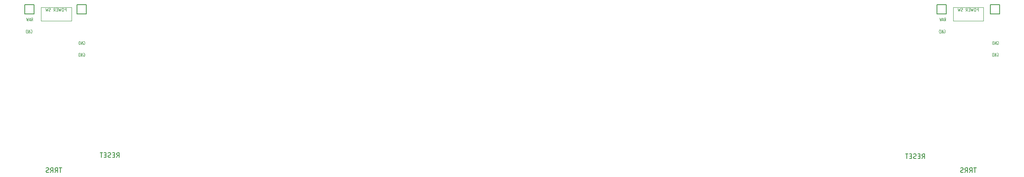
<source format=gbr>
%TF.GenerationSoftware,KiCad,Pcbnew,9.0.2*%
%TF.CreationDate,2025-05-16T23:43:09+01:00*%
%TF.ProjectId,my_sweepv2,6d795f73-7765-4657-9076-322e6b696361,rev?*%
%TF.SameCoordinates,Original*%
%TF.FileFunction,Legend,Bot*%
%TF.FilePolarity,Positive*%
%FSLAX46Y46*%
G04 Gerber Fmt 4.6, Leading zero omitted, Abs format (unit mm)*
G04 Created by KiCad (PCBNEW 9.0.2) date 2025-05-16 23:43:09*
%MOMM*%
%LPD*%
G01*
G04 APERTURE LIST*
%ADD10C,0.120000*%
%ADD11C,0.125000*%
%ADD12C,0.150000*%
G04 APERTURE END LIST*
D10*
X27178000Y-50419000D02*
X33909000Y-50419000D01*
X33909000Y-53340000D01*
X27178000Y-53340000D01*
X27178000Y-50419000D01*
X226822000Y-50419000D02*
X233426000Y-50419000D01*
X233426000Y-53340000D01*
X226822000Y-53340000D01*
X226822000Y-50419000D01*
D11*
X224788952Y-55310178D02*
X224836571Y-55274464D01*
X224836571Y-55274464D02*
X224908000Y-55274464D01*
X224908000Y-55274464D02*
X224979428Y-55310178D01*
X224979428Y-55310178D02*
X225027047Y-55381607D01*
X225027047Y-55381607D02*
X225050857Y-55453035D01*
X225050857Y-55453035D02*
X225074666Y-55595892D01*
X225074666Y-55595892D02*
X225074666Y-55703035D01*
X225074666Y-55703035D02*
X225050857Y-55845892D01*
X225050857Y-55845892D02*
X225027047Y-55917321D01*
X225027047Y-55917321D02*
X224979428Y-55988750D01*
X224979428Y-55988750D02*
X224908000Y-56024464D01*
X224908000Y-56024464D02*
X224860381Y-56024464D01*
X224860381Y-56024464D02*
X224788952Y-55988750D01*
X224788952Y-55988750D02*
X224765143Y-55953035D01*
X224765143Y-55953035D02*
X224765143Y-55703035D01*
X224765143Y-55703035D02*
X224860381Y-55703035D01*
X224550857Y-56024464D02*
X224550857Y-55274464D01*
X224550857Y-55274464D02*
X224265143Y-56024464D01*
X224265143Y-56024464D02*
X224265143Y-55274464D01*
X224027047Y-56024464D02*
X224027047Y-55274464D01*
X224027047Y-55274464D02*
X223907999Y-55274464D01*
X223907999Y-55274464D02*
X223836571Y-55310178D01*
X223836571Y-55310178D02*
X223788952Y-55381607D01*
X223788952Y-55381607D02*
X223765142Y-55453035D01*
X223765142Y-55453035D02*
X223741333Y-55595892D01*
X223741333Y-55595892D02*
X223741333Y-55703035D01*
X223741333Y-55703035D02*
X223765142Y-55845892D01*
X223765142Y-55845892D02*
X223788952Y-55917321D01*
X223788952Y-55917321D02*
X223836571Y-55988750D01*
X223836571Y-55988750D02*
X223907999Y-56024464D01*
X223907999Y-56024464D02*
X224027047Y-56024464D01*
X236418952Y-60420178D02*
X236466571Y-60384464D01*
X236466571Y-60384464D02*
X236538000Y-60384464D01*
X236538000Y-60384464D02*
X236609428Y-60420178D01*
X236609428Y-60420178D02*
X236657047Y-60491607D01*
X236657047Y-60491607D02*
X236680857Y-60563035D01*
X236680857Y-60563035D02*
X236704666Y-60705892D01*
X236704666Y-60705892D02*
X236704666Y-60813035D01*
X236704666Y-60813035D02*
X236680857Y-60955892D01*
X236680857Y-60955892D02*
X236657047Y-61027321D01*
X236657047Y-61027321D02*
X236609428Y-61098750D01*
X236609428Y-61098750D02*
X236538000Y-61134464D01*
X236538000Y-61134464D02*
X236490381Y-61134464D01*
X236490381Y-61134464D02*
X236418952Y-61098750D01*
X236418952Y-61098750D02*
X236395143Y-61063035D01*
X236395143Y-61063035D02*
X236395143Y-60813035D01*
X236395143Y-60813035D02*
X236490381Y-60813035D01*
X236180857Y-61134464D02*
X236180857Y-60384464D01*
X236180857Y-60384464D02*
X235895143Y-61134464D01*
X235895143Y-61134464D02*
X235895143Y-60384464D01*
X235657047Y-61134464D02*
X235657047Y-60384464D01*
X235657047Y-60384464D02*
X235537999Y-60384464D01*
X235537999Y-60384464D02*
X235466571Y-60420178D01*
X235466571Y-60420178D02*
X235418952Y-60491607D01*
X235418952Y-60491607D02*
X235395142Y-60563035D01*
X235395142Y-60563035D02*
X235371333Y-60705892D01*
X235371333Y-60705892D02*
X235371333Y-60813035D01*
X235371333Y-60813035D02*
X235395142Y-60955892D01*
X235395142Y-60955892D02*
X235418952Y-61027321D01*
X235418952Y-61027321D02*
X235466571Y-61098750D01*
X235466571Y-61098750D02*
X235537999Y-61134464D01*
X235537999Y-61134464D02*
X235657047Y-61134464D01*
X224883238Y-53384464D02*
X225049904Y-53027321D01*
X225168952Y-53384464D02*
X225168952Y-52634464D01*
X225168952Y-52634464D02*
X224978476Y-52634464D01*
X224978476Y-52634464D02*
X224930857Y-52670178D01*
X224930857Y-52670178D02*
X224907047Y-52705892D01*
X224907047Y-52705892D02*
X224883238Y-52777321D01*
X224883238Y-52777321D02*
X224883238Y-52884464D01*
X224883238Y-52884464D02*
X224907047Y-52955892D01*
X224907047Y-52955892D02*
X224930857Y-52991607D01*
X224930857Y-52991607D02*
X224978476Y-53027321D01*
X224978476Y-53027321D02*
X225168952Y-53027321D01*
X224692761Y-53170178D02*
X224454666Y-53170178D01*
X224740380Y-53384464D02*
X224573714Y-52634464D01*
X224573714Y-52634464D02*
X224407047Y-53384464D01*
X224288000Y-52634464D02*
X224168952Y-53384464D01*
X224168952Y-53384464D02*
X224073714Y-52848750D01*
X224073714Y-52848750D02*
X223978476Y-53384464D01*
X223978476Y-53384464D02*
X223859429Y-52634464D01*
X236438952Y-57840178D02*
X236486571Y-57804464D01*
X236486571Y-57804464D02*
X236558000Y-57804464D01*
X236558000Y-57804464D02*
X236629428Y-57840178D01*
X236629428Y-57840178D02*
X236677047Y-57911607D01*
X236677047Y-57911607D02*
X236700857Y-57983035D01*
X236700857Y-57983035D02*
X236724666Y-58125892D01*
X236724666Y-58125892D02*
X236724666Y-58233035D01*
X236724666Y-58233035D02*
X236700857Y-58375892D01*
X236700857Y-58375892D02*
X236677047Y-58447321D01*
X236677047Y-58447321D02*
X236629428Y-58518750D01*
X236629428Y-58518750D02*
X236558000Y-58554464D01*
X236558000Y-58554464D02*
X236510381Y-58554464D01*
X236510381Y-58554464D02*
X236438952Y-58518750D01*
X236438952Y-58518750D02*
X236415143Y-58483035D01*
X236415143Y-58483035D02*
X236415143Y-58233035D01*
X236415143Y-58233035D02*
X236510381Y-58233035D01*
X236200857Y-58554464D02*
X236200857Y-57804464D01*
X236200857Y-57804464D02*
X235915143Y-58554464D01*
X235915143Y-58554464D02*
X235915143Y-57804464D01*
X235677047Y-58554464D02*
X235677047Y-57804464D01*
X235677047Y-57804464D02*
X235557999Y-57804464D01*
X235557999Y-57804464D02*
X235486571Y-57840178D01*
X235486571Y-57840178D02*
X235438952Y-57911607D01*
X235438952Y-57911607D02*
X235415142Y-57983035D01*
X235415142Y-57983035D02*
X235391333Y-58125892D01*
X235391333Y-58125892D02*
X235391333Y-58233035D01*
X235391333Y-58233035D02*
X235415142Y-58375892D01*
X235415142Y-58375892D02*
X235438952Y-58447321D01*
X235438952Y-58447321D02*
X235486571Y-58518750D01*
X235486571Y-58518750D02*
X235557999Y-58554464D01*
X235557999Y-58554464D02*
X235677047Y-58554464D01*
D12*
X231885904Y-85560819D02*
X231314476Y-85560819D01*
X231600190Y-86560819D02*
X231600190Y-85560819D01*
X230409714Y-86560819D02*
X230743047Y-86084628D01*
X230981142Y-86560819D02*
X230981142Y-85560819D01*
X230981142Y-85560819D02*
X230600190Y-85560819D01*
X230600190Y-85560819D02*
X230504952Y-85608438D01*
X230504952Y-85608438D02*
X230457333Y-85656057D01*
X230457333Y-85656057D02*
X230409714Y-85751295D01*
X230409714Y-85751295D02*
X230409714Y-85894152D01*
X230409714Y-85894152D02*
X230457333Y-85989390D01*
X230457333Y-85989390D02*
X230504952Y-86037009D01*
X230504952Y-86037009D02*
X230600190Y-86084628D01*
X230600190Y-86084628D02*
X230981142Y-86084628D01*
X229409714Y-86560819D02*
X229743047Y-86084628D01*
X229981142Y-86560819D02*
X229981142Y-85560819D01*
X229981142Y-85560819D02*
X229600190Y-85560819D01*
X229600190Y-85560819D02*
X229504952Y-85608438D01*
X229504952Y-85608438D02*
X229457333Y-85656057D01*
X229457333Y-85656057D02*
X229409714Y-85751295D01*
X229409714Y-85751295D02*
X229409714Y-85894152D01*
X229409714Y-85894152D02*
X229457333Y-85989390D01*
X229457333Y-85989390D02*
X229504952Y-86037009D01*
X229504952Y-86037009D02*
X229600190Y-86084628D01*
X229600190Y-86084628D02*
X229981142Y-86084628D01*
X229028761Y-86513200D02*
X228885904Y-86560819D01*
X228885904Y-86560819D02*
X228647809Y-86560819D01*
X228647809Y-86560819D02*
X228552571Y-86513200D01*
X228552571Y-86513200D02*
X228504952Y-86465580D01*
X228504952Y-86465580D02*
X228457333Y-86370342D01*
X228457333Y-86370342D02*
X228457333Y-86275104D01*
X228457333Y-86275104D02*
X228504952Y-86179866D01*
X228504952Y-86179866D02*
X228552571Y-86132247D01*
X228552571Y-86132247D02*
X228647809Y-86084628D01*
X228647809Y-86084628D02*
X228838285Y-86037009D01*
X228838285Y-86037009D02*
X228933523Y-85989390D01*
X228933523Y-85989390D02*
X228981142Y-85941771D01*
X228981142Y-85941771D02*
X229028761Y-85846533D01*
X229028761Y-85846533D02*
X229028761Y-85751295D01*
X229028761Y-85751295D02*
X228981142Y-85656057D01*
X228981142Y-85656057D02*
X228933523Y-85608438D01*
X228933523Y-85608438D02*
X228838285Y-85560819D01*
X228838285Y-85560819D02*
X228600190Y-85560819D01*
X228600190Y-85560819D02*
X228457333Y-85608438D01*
X220019381Y-83512819D02*
X220352714Y-83036628D01*
X220590809Y-83512819D02*
X220590809Y-82512819D01*
X220590809Y-82512819D02*
X220209857Y-82512819D01*
X220209857Y-82512819D02*
X220114619Y-82560438D01*
X220114619Y-82560438D02*
X220067000Y-82608057D01*
X220067000Y-82608057D02*
X220019381Y-82703295D01*
X220019381Y-82703295D02*
X220019381Y-82846152D01*
X220019381Y-82846152D02*
X220067000Y-82941390D01*
X220067000Y-82941390D02*
X220114619Y-82989009D01*
X220114619Y-82989009D02*
X220209857Y-83036628D01*
X220209857Y-83036628D02*
X220590809Y-83036628D01*
X219590809Y-82989009D02*
X219257476Y-82989009D01*
X219114619Y-83512819D02*
X219590809Y-83512819D01*
X219590809Y-83512819D02*
X219590809Y-82512819D01*
X219590809Y-82512819D02*
X219114619Y-82512819D01*
X218733666Y-83465200D02*
X218590809Y-83512819D01*
X218590809Y-83512819D02*
X218352714Y-83512819D01*
X218352714Y-83512819D02*
X218257476Y-83465200D01*
X218257476Y-83465200D02*
X218209857Y-83417580D01*
X218209857Y-83417580D02*
X218162238Y-83322342D01*
X218162238Y-83322342D02*
X218162238Y-83227104D01*
X218162238Y-83227104D02*
X218209857Y-83131866D01*
X218209857Y-83131866D02*
X218257476Y-83084247D01*
X218257476Y-83084247D02*
X218352714Y-83036628D01*
X218352714Y-83036628D02*
X218543190Y-82989009D01*
X218543190Y-82989009D02*
X218638428Y-82941390D01*
X218638428Y-82941390D02*
X218686047Y-82893771D01*
X218686047Y-82893771D02*
X218733666Y-82798533D01*
X218733666Y-82798533D02*
X218733666Y-82703295D01*
X218733666Y-82703295D02*
X218686047Y-82608057D01*
X218686047Y-82608057D02*
X218638428Y-82560438D01*
X218638428Y-82560438D02*
X218543190Y-82512819D01*
X218543190Y-82512819D02*
X218305095Y-82512819D01*
X218305095Y-82512819D02*
X218162238Y-82560438D01*
X217733666Y-82989009D02*
X217400333Y-82989009D01*
X217257476Y-83512819D02*
X217733666Y-83512819D01*
X217733666Y-83512819D02*
X217733666Y-82512819D01*
X217733666Y-82512819D02*
X217257476Y-82512819D01*
X216971761Y-82512819D02*
X216400333Y-82512819D01*
X216686047Y-83512819D02*
X216686047Y-82512819D01*
D11*
X36468952Y-57840178D02*
X36516571Y-57804464D01*
X36516571Y-57804464D02*
X36588000Y-57804464D01*
X36588000Y-57804464D02*
X36659428Y-57840178D01*
X36659428Y-57840178D02*
X36707047Y-57911607D01*
X36707047Y-57911607D02*
X36730857Y-57983035D01*
X36730857Y-57983035D02*
X36754666Y-58125892D01*
X36754666Y-58125892D02*
X36754666Y-58233035D01*
X36754666Y-58233035D02*
X36730857Y-58375892D01*
X36730857Y-58375892D02*
X36707047Y-58447321D01*
X36707047Y-58447321D02*
X36659428Y-58518750D01*
X36659428Y-58518750D02*
X36588000Y-58554464D01*
X36588000Y-58554464D02*
X36540381Y-58554464D01*
X36540381Y-58554464D02*
X36468952Y-58518750D01*
X36468952Y-58518750D02*
X36445143Y-58483035D01*
X36445143Y-58483035D02*
X36445143Y-58233035D01*
X36445143Y-58233035D02*
X36540381Y-58233035D01*
X36230857Y-58554464D02*
X36230857Y-57804464D01*
X36230857Y-57804464D02*
X35945143Y-58554464D01*
X35945143Y-58554464D02*
X35945143Y-57804464D01*
X35707047Y-58554464D02*
X35707047Y-57804464D01*
X35707047Y-57804464D02*
X35587999Y-57804464D01*
X35587999Y-57804464D02*
X35516571Y-57840178D01*
X35516571Y-57840178D02*
X35468952Y-57911607D01*
X35468952Y-57911607D02*
X35445142Y-57983035D01*
X35445142Y-57983035D02*
X35421333Y-58125892D01*
X35421333Y-58125892D02*
X35421333Y-58233035D01*
X35421333Y-58233035D02*
X35445142Y-58375892D01*
X35445142Y-58375892D02*
X35468952Y-58447321D01*
X35468952Y-58447321D02*
X35516571Y-58518750D01*
X35516571Y-58518750D02*
X35587999Y-58554464D01*
X35587999Y-58554464D02*
X35707047Y-58554464D01*
X36448952Y-60420178D02*
X36496571Y-60384464D01*
X36496571Y-60384464D02*
X36568000Y-60384464D01*
X36568000Y-60384464D02*
X36639428Y-60420178D01*
X36639428Y-60420178D02*
X36687047Y-60491607D01*
X36687047Y-60491607D02*
X36710857Y-60563035D01*
X36710857Y-60563035D02*
X36734666Y-60705892D01*
X36734666Y-60705892D02*
X36734666Y-60813035D01*
X36734666Y-60813035D02*
X36710857Y-60955892D01*
X36710857Y-60955892D02*
X36687047Y-61027321D01*
X36687047Y-61027321D02*
X36639428Y-61098750D01*
X36639428Y-61098750D02*
X36568000Y-61134464D01*
X36568000Y-61134464D02*
X36520381Y-61134464D01*
X36520381Y-61134464D02*
X36448952Y-61098750D01*
X36448952Y-61098750D02*
X36425143Y-61063035D01*
X36425143Y-61063035D02*
X36425143Y-60813035D01*
X36425143Y-60813035D02*
X36520381Y-60813035D01*
X36210857Y-61134464D02*
X36210857Y-60384464D01*
X36210857Y-60384464D02*
X35925143Y-61134464D01*
X35925143Y-61134464D02*
X35925143Y-60384464D01*
X35687047Y-61134464D02*
X35687047Y-60384464D01*
X35687047Y-60384464D02*
X35567999Y-60384464D01*
X35567999Y-60384464D02*
X35496571Y-60420178D01*
X35496571Y-60420178D02*
X35448952Y-60491607D01*
X35448952Y-60491607D02*
X35425142Y-60563035D01*
X35425142Y-60563035D02*
X35401333Y-60705892D01*
X35401333Y-60705892D02*
X35401333Y-60813035D01*
X35401333Y-60813035D02*
X35425142Y-60955892D01*
X35425142Y-60955892D02*
X35448952Y-61027321D01*
X35448952Y-61027321D02*
X35496571Y-61098750D01*
X35496571Y-61098750D02*
X35567999Y-61134464D01*
X35567999Y-61134464D02*
X35687047Y-61134464D01*
X24936952Y-55310178D02*
X24984571Y-55274464D01*
X24984571Y-55274464D02*
X25056000Y-55274464D01*
X25056000Y-55274464D02*
X25127428Y-55310178D01*
X25127428Y-55310178D02*
X25175047Y-55381607D01*
X25175047Y-55381607D02*
X25198857Y-55453035D01*
X25198857Y-55453035D02*
X25222666Y-55595892D01*
X25222666Y-55595892D02*
X25222666Y-55703035D01*
X25222666Y-55703035D02*
X25198857Y-55845892D01*
X25198857Y-55845892D02*
X25175047Y-55917321D01*
X25175047Y-55917321D02*
X25127428Y-55988750D01*
X25127428Y-55988750D02*
X25056000Y-56024464D01*
X25056000Y-56024464D02*
X25008381Y-56024464D01*
X25008381Y-56024464D02*
X24936952Y-55988750D01*
X24936952Y-55988750D02*
X24913143Y-55953035D01*
X24913143Y-55953035D02*
X24913143Y-55703035D01*
X24913143Y-55703035D02*
X25008381Y-55703035D01*
X24698857Y-56024464D02*
X24698857Y-55274464D01*
X24698857Y-55274464D02*
X24413143Y-56024464D01*
X24413143Y-56024464D02*
X24413143Y-55274464D01*
X24175047Y-56024464D02*
X24175047Y-55274464D01*
X24175047Y-55274464D02*
X24055999Y-55274464D01*
X24055999Y-55274464D02*
X23984571Y-55310178D01*
X23984571Y-55310178D02*
X23936952Y-55381607D01*
X23936952Y-55381607D02*
X23913142Y-55453035D01*
X23913142Y-55453035D02*
X23889333Y-55595892D01*
X23889333Y-55595892D02*
X23889333Y-55703035D01*
X23889333Y-55703035D02*
X23913142Y-55845892D01*
X23913142Y-55845892D02*
X23936952Y-55917321D01*
X23936952Y-55917321D02*
X23984571Y-55988750D01*
X23984571Y-55988750D02*
X24055999Y-56024464D01*
X24055999Y-56024464D02*
X24175047Y-56024464D01*
X25031238Y-53384464D02*
X25197904Y-53027321D01*
X25316952Y-53384464D02*
X25316952Y-52634464D01*
X25316952Y-52634464D02*
X25126476Y-52634464D01*
X25126476Y-52634464D02*
X25078857Y-52670178D01*
X25078857Y-52670178D02*
X25055047Y-52705892D01*
X25055047Y-52705892D02*
X25031238Y-52777321D01*
X25031238Y-52777321D02*
X25031238Y-52884464D01*
X25031238Y-52884464D02*
X25055047Y-52955892D01*
X25055047Y-52955892D02*
X25078857Y-52991607D01*
X25078857Y-52991607D02*
X25126476Y-53027321D01*
X25126476Y-53027321D02*
X25316952Y-53027321D01*
X24840761Y-53170178D02*
X24602666Y-53170178D01*
X24888380Y-53384464D02*
X24721714Y-52634464D01*
X24721714Y-52634464D02*
X24555047Y-53384464D01*
X24436000Y-52634464D02*
X24316952Y-53384464D01*
X24316952Y-53384464D02*
X24221714Y-52848750D01*
X24221714Y-52848750D02*
X24126476Y-53384464D01*
X24126476Y-53384464D02*
X24007429Y-52634464D01*
D12*
X31733904Y-85560819D02*
X31162476Y-85560819D01*
X31448190Y-86560819D02*
X31448190Y-85560819D01*
X30257714Y-86560819D02*
X30591047Y-86084628D01*
X30829142Y-86560819D02*
X30829142Y-85560819D01*
X30829142Y-85560819D02*
X30448190Y-85560819D01*
X30448190Y-85560819D02*
X30352952Y-85608438D01*
X30352952Y-85608438D02*
X30305333Y-85656057D01*
X30305333Y-85656057D02*
X30257714Y-85751295D01*
X30257714Y-85751295D02*
X30257714Y-85894152D01*
X30257714Y-85894152D02*
X30305333Y-85989390D01*
X30305333Y-85989390D02*
X30352952Y-86037009D01*
X30352952Y-86037009D02*
X30448190Y-86084628D01*
X30448190Y-86084628D02*
X30829142Y-86084628D01*
X29257714Y-86560819D02*
X29591047Y-86084628D01*
X29829142Y-86560819D02*
X29829142Y-85560819D01*
X29829142Y-85560819D02*
X29448190Y-85560819D01*
X29448190Y-85560819D02*
X29352952Y-85608438D01*
X29352952Y-85608438D02*
X29305333Y-85656057D01*
X29305333Y-85656057D02*
X29257714Y-85751295D01*
X29257714Y-85751295D02*
X29257714Y-85894152D01*
X29257714Y-85894152D02*
X29305333Y-85989390D01*
X29305333Y-85989390D02*
X29352952Y-86037009D01*
X29352952Y-86037009D02*
X29448190Y-86084628D01*
X29448190Y-86084628D02*
X29829142Y-86084628D01*
X28876761Y-86513200D02*
X28733904Y-86560819D01*
X28733904Y-86560819D02*
X28495809Y-86560819D01*
X28495809Y-86560819D02*
X28400571Y-86513200D01*
X28400571Y-86513200D02*
X28352952Y-86465580D01*
X28352952Y-86465580D02*
X28305333Y-86370342D01*
X28305333Y-86370342D02*
X28305333Y-86275104D01*
X28305333Y-86275104D02*
X28352952Y-86179866D01*
X28352952Y-86179866D02*
X28400571Y-86132247D01*
X28400571Y-86132247D02*
X28495809Y-86084628D01*
X28495809Y-86084628D02*
X28686285Y-86037009D01*
X28686285Y-86037009D02*
X28781523Y-85989390D01*
X28781523Y-85989390D02*
X28829142Y-85941771D01*
X28829142Y-85941771D02*
X28876761Y-85846533D01*
X28876761Y-85846533D02*
X28876761Y-85751295D01*
X28876761Y-85751295D02*
X28829142Y-85656057D01*
X28829142Y-85656057D02*
X28781523Y-85608438D01*
X28781523Y-85608438D02*
X28686285Y-85560819D01*
X28686285Y-85560819D02*
X28448190Y-85560819D01*
X28448190Y-85560819D02*
X28305333Y-85608438D01*
X43743381Y-83258819D02*
X44076714Y-82782628D01*
X44314809Y-83258819D02*
X44314809Y-82258819D01*
X44314809Y-82258819D02*
X43933857Y-82258819D01*
X43933857Y-82258819D02*
X43838619Y-82306438D01*
X43838619Y-82306438D02*
X43791000Y-82354057D01*
X43791000Y-82354057D02*
X43743381Y-82449295D01*
X43743381Y-82449295D02*
X43743381Y-82592152D01*
X43743381Y-82592152D02*
X43791000Y-82687390D01*
X43791000Y-82687390D02*
X43838619Y-82735009D01*
X43838619Y-82735009D02*
X43933857Y-82782628D01*
X43933857Y-82782628D02*
X44314809Y-82782628D01*
X43314809Y-82735009D02*
X42981476Y-82735009D01*
X42838619Y-83258819D02*
X43314809Y-83258819D01*
X43314809Y-83258819D02*
X43314809Y-82258819D01*
X43314809Y-82258819D02*
X42838619Y-82258819D01*
X42457666Y-83211200D02*
X42314809Y-83258819D01*
X42314809Y-83258819D02*
X42076714Y-83258819D01*
X42076714Y-83258819D02*
X41981476Y-83211200D01*
X41981476Y-83211200D02*
X41933857Y-83163580D01*
X41933857Y-83163580D02*
X41886238Y-83068342D01*
X41886238Y-83068342D02*
X41886238Y-82973104D01*
X41886238Y-82973104D02*
X41933857Y-82877866D01*
X41933857Y-82877866D02*
X41981476Y-82830247D01*
X41981476Y-82830247D02*
X42076714Y-82782628D01*
X42076714Y-82782628D02*
X42267190Y-82735009D01*
X42267190Y-82735009D02*
X42362428Y-82687390D01*
X42362428Y-82687390D02*
X42410047Y-82639771D01*
X42410047Y-82639771D02*
X42457666Y-82544533D01*
X42457666Y-82544533D02*
X42457666Y-82449295D01*
X42457666Y-82449295D02*
X42410047Y-82354057D01*
X42410047Y-82354057D02*
X42362428Y-82306438D01*
X42362428Y-82306438D02*
X42267190Y-82258819D01*
X42267190Y-82258819D02*
X42029095Y-82258819D01*
X42029095Y-82258819D02*
X41886238Y-82306438D01*
X41457666Y-82735009D02*
X41124333Y-82735009D01*
X40981476Y-83258819D02*
X41457666Y-83258819D01*
X41457666Y-83258819D02*
X41457666Y-82258819D01*
X41457666Y-82258819D02*
X40981476Y-82258819D01*
X40695761Y-82258819D02*
X40124333Y-82258819D01*
X40410047Y-83258819D02*
X40410047Y-82258819D01*
D10*
X232366856Y-51198331D02*
X232366856Y-50598331D01*
X232366856Y-50598331D02*
X232138285Y-50598331D01*
X232138285Y-50598331D02*
X232081142Y-50626902D01*
X232081142Y-50626902D02*
X232052571Y-50655474D01*
X232052571Y-50655474D02*
X232023999Y-50712617D01*
X232023999Y-50712617D02*
X232023999Y-50798331D01*
X232023999Y-50798331D02*
X232052571Y-50855474D01*
X232052571Y-50855474D02*
X232081142Y-50884045D01*
X232081142Y-50884045D02*
X232138285Y-50912617D01*
X232138285Y-50912617D02*
X232366856Y-50912617D01*
X231652571Y-50598331D02*
X231538285Y-50598331D01*
X231538285Y-50598331D02*
X231481142Y-50626902D01*
X231481142Y-50626902D02*
X231423999Y-50684045D01*
X231423999Y-50684045D02*
X231395428Y-50798331D01*
X231395428Y-50798331D02*
X231395428Y-50998331D01*
X231395428Y-50998331D02*
X231423999Y-51112617D01*
X231423999Y-51112617D02*
X231481142Y-51169760D01*
X231481142Y-51169760D02*
X231538285Y-51198331D01*
X231538285Y-51198331D02*
X231652571Y-51198331D01*
X231652571Y-51198331D02*
X231709714Y-51169760D01*
X231709714Y-51169760D02*
X231766856Y-51112617D01*
X231766856Y-51112617D02*
X231795428Y-50998331D01*
X231795428Y-50998331D02*
X231795428Y-50798331D01*
X231795428Y-50798331D02*
X231766856Y-50684045D01*
X231766856Y-50684045D02*
X231709714Y-50626902D01*
X231709714Y-50626902D02*
X231652571Y-50598331D01*
X231195428Y-50598331D02*
X231052571Y-51198331D01*
X231052571Y-51198331D02*
X230938285Y-50769760D01*
X230938285Y-50769760D02*
X230824000Y-51198331D01*
X230824000Y-51198331D02*
X230681143Y-50598331D01*
X230452571Y-50884045D02*
X230252571Y-50884045D01*
X230166857Y-51198331D02*
X230452571Y-51198331D01*
X230452571Y-51198331D02*
X230452571Y-50598331D01*
X230452571Y-50598331D02*
X230166857Y-50598331D01*
X229566857Y-51198331D02*
X229766857Y-50912617D01*
X229909714Y-51198331D02*
X229909714Y-50598331D01*
X229909714Y-50598331D02*
X229681143Y-50598331D01*
X229681143Y-50598331D02*
X229624000Y-50626902D01*
X229624000Y-50626902D02*
X229595429Y-50655474D01*
X229595429Y-50655474D02*
X229566857Y-50712617D01*
X229566857Y-50712617D02*
X229566857Y-50798331D01*
X229566857Y-50798331D02*
X229595429Y-50855474D01*
X229595429Y-50855474D02*
X229624000Y-50884045D01*
X229624000Y-50884045D02*
X229681143Y-50912617D01*
X229681143Y-50912617D02*
X229909714Y-50912617D01*
X228881143Y-51169760D02*
X228795429Y-51198331D01*
X228795429Y-51198331D02*
X228652571Y-51198331D01*
X228652571Y-51198331D02*
X228595429Y-51169760D01*
X228595429Y-51169760D02*
X228566857Y-51141188D01*
X228566857Y-51141188D02*
X228538286Y-51084045D01*
X228538286Y-51084045D02*
X228538286Y-51026902D01*
X228538286Y-51026902D02*
X228566857Y-50969760D01*
X228566857Y-50969760D02*
X228595429Y-50941188D01*
X228595429Y-50941188D02*
X228652571Y-50912617D01*
X228652571Y-50912617D02*
X228766857Y-50884045D01*
X228766857Y-50884045D02*
X228824000Y-50855474D01*
X228824000Y-50855474D02*
X228852571Y-50826902D01*
X228852571Y-50826902D02*
X228881143Y-50769760D01*
X228881143Y-50769760D02*
X228881143Y-50712617D01*
X228881143Y-50712617D02*
X228852571Y-50655474D01*
X228852571Y-50655474D02*
X228824000Y-50626902D01*
X228824000Y-50626902D02*
X228766857Y-50598331D01*
X228766857Y-50598331D02*
X228624000Y-50598331D01*
X228624000Y-50598331D02*
X228538286Y-50626902D01*
X228338285Y-50598331D02*
X228195428Y-51198331D01*
X228195428Y-51198331D02*
X228081142Y-50769760D01*
X228081142Y-50769760D02*
X227966857Y-51198331D01*
X227966857Y-51198331D02*
X227824000Y-50598331D01*
X32722856Y-51198331D02*
X32722856Y-50598331D01*
X32722856Y-50598331D02*
X32494285Y-50598331D01*
X32494285Y-50598331D02*
X32437142Y-50626902D01*
X32437142Y-50626902D02*
X32408571Y-50655474D01*
X32408571Y-50655474D02*
X32379999Y-50712617D01*
X32379999Y-50712617D02*
X32379999Y-50798331D01*
X32379999Y-50798331D02*
X32408571Y-50855474D01*
X32408571Y-50855474D02*
X32437142Y-50884045D01*
X32437142Y-50884045D02*
X32494285Y-50912617D01*
X32494285Y-50912617D02*
X32722856Y-50912617D01*
X32008571Y-50598331D02*
X31894285Y-50598331D01*
X31894285Y-50598331D02*
X31837142Y-50626902D01*
X31837142Y-50626902D02*
X31779999Y-50684045D01*
X31779999Y-50684045D02*
X31751428Y-50798331D01*
X31751428Y-50798331D02*
X31751428Y-50998331D01*
X31751428Y-50998331D02*
X31779999Y-51112617D01*
X31779999Y-51112617D02*
X31837142Y-51169760D01*
X31837142Y-51169760D02*
X31894285Y-51198331D01*
X31894285Y-51198331D02*
X32008571Y-51198331D01*
X32008571Y-51198331D02*
X32065714Y-51169760D01*
X32065714Y-51169760D02*
X32122856Y-51112617D01*
X32122856Y-51112617D02*
X32151428Y-50998331D01*
X32151428Y-50998331D02*
X32151428Y-50798331D01*
X32151428Y-50798331D02*
X32122856Y-50684045D01*
X32122856Y-50684045D02*
X32065714Y-50626902D01*
X32065714Y-50626902D02*
X32008571Y-50598331D01*
X31551428Y-50598331D02*
X31408571Y-51198331D01*
X31408571Y-51198331D02*
X31294285Y-50769760D01*
X31294285Y-50769760D02*
X31180000Y-51198331D01*
X31180000Y-51198331D02*
X31037143Y-50598331D01*
X30808571Y-50884045D02*
X30608571Y-50884045D01*
X30522857Y-51198331D02*
X30808571Y-51198331D01*
X30808571Y-51198331D02*
X30808571Y-50598331D01*
X30808571Y-50598331D02*
X30522857Y-50598331D01*
X29922857Y-51198331D02*
X30122857Y-50912617D01*
X30265714Y-51198331D02*
X30265714Y-50598331D01*
X30265714Y-50598331D02*
X30037143Y-50598331D01*
X30037143Y-50598331D02*
X29980000Y-50626902D01*
X29980000Y-50626902D02*
X29951429Y-50655474D01*
X29951429Y-50655474D02*
X29922857Y-50712617D01*
X29922857Y-50712617D02*
X29922857Y-50798331D01*
X29922857Y-50798331D02*
X29951429Y-50855474D01*
X29951429Y-50855474D02*
X29980000Y-50884045D01*
X29980000Y-50884045D02*
X30037143Y-50912617D01*
X30037143Y-50912617D02*
X30265714Y-50912617D01*
X29237143Y-51169760D02*
X29151429Y-51198331D01*
X29151429Y-51198331D02*
X29008571Y-51198331D01*
X29008571Y-51198331D02*
X28951429Y-51169760D01*
X28951429Y-51169760D02*
X28922857Y-51141188D01*
X28922857Y-51141188D02*
X28894286Y-51084045D01*
X28894286Y-51084045D02*
X28894286Y-51026902D01*
X28894286Y-51026902D02*
X28922857Y-50969760D01*
X28922857Y-50969760D02*
X28951429Y-50941188D01*
X28951429Y-50941188D02*
X29008571Y-50912617D01*
X29008571Y-50912617D02*
X29122857Y-50884045D01*
X29122857Y-50884045D02*
X29180000Y-50855474D01*
X29180000Y-50855474D02*
X29208571Y-50826902D01*
X29208571Y-50826902D02*
X29237143Y-50769760D01*
X29237143Y-50769760D02*
X29237143Y-50712617D01*
X29237143Y-50712617D02*
X29208571Y-50655474D01*
X29208571Y-50655474D02*
X29180000Y-50626902D01*
X29180000Y-50626902D02*
X29122857Y-50598331D01*
X29122857Y-50598331D02*
X28980000Y-50598331D01*
X28980000Y-50598331D02*
X28894286Y-50626902D01*
X28694285Y-50598331D02*
X28551428Y-51198331D01*
X28551428Y-51198331D02*
X28437142Y-50769760D01*
X28437142Y-50769760D02*
X28322857Y-51198331D01*
X28322857Y-51198331D02*
X28180000Y-50598331D01*
D12*
%TO.C,B+*%
X234966000Y-49800000D02*
X236966000Y-49800000D01*
X234966000Y-51800000D02*
X234966000Y-49800000D01*
X236966000Y-49800000D02*
X236966000Y-51800000D01*
X236966000Y-51800000D02*
X234966000Y-51800000D01*
%TO.C,B-*%
X223282000Y-49800000D02*
X225282000Y-49800000D01*
X223282000Y-51800000D02*
X223282000Y-49800000D01*
X225282000Y-49800000D02*
X225282000Y-51800000D01*
X225282000Y-51800000D02*
X223282000Y-51800000D01*
X35068000Y-49800000D02*
X37068000Y-49800000D01*
X35068000Y-51800000D02*
X35068000Y-49800000D01*
X37068000Y-49800000D02*
X37068000Y-51800000D01*
X37068000Y-51800000D02*
X35068000Y-51800000D01*
%TO.C,B+*%
X23638000Y-49800000D02*
X25638000Y-49800000D01*
X23638000Y-51800000D02*
X23638000Y-49800000D01*
X25638000Y-49800000D02*
X25638000Y-51800000D01*
X25638000Y-51800000D02*
X23638000Y-51800000D01*
%TD*%
M02*

</source>
